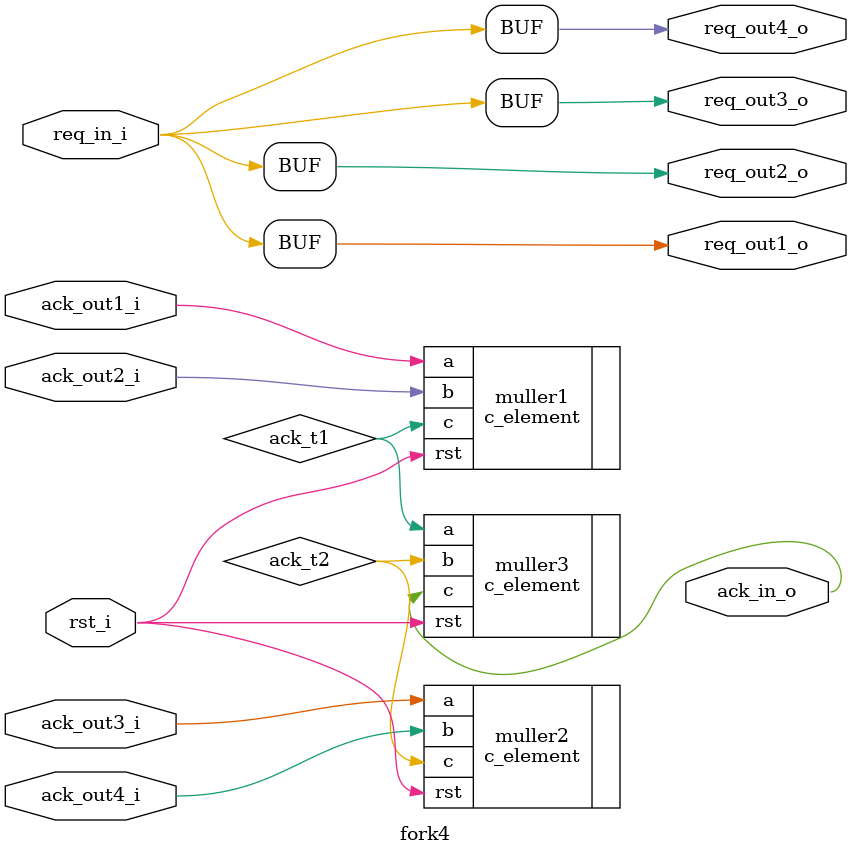
<source format=sv>
module fork4(
	input  logic rst_i,

	input  logic ack_out1_i,
	input  logic ack_out2_i,
	input  logic ack_out3_i,
	input  logic ack_out4_i,
	input  logic req_in_i,

	output logic req_out1_o,
	output logic req_out2_o,
	output logic req_out3_o,
	output logic req_out4_o,
	output logic ack_in_o
);

	wire ack_t1;
	wire ack_t2;

	c_element muller1(
	 .rst(rst_i),
	 .a(ack_out1_i),
	 .b(ack_out2_i),
	 .c(ack_t1)
	);

	c_element muller2(
	 .rst(rst_i),
	 .a(ack_out3_i),
	 .b(ack_out4_i),
	 .c(ack_t2)
	);

	c_element muller3(
	 .rst(rst_i),
	 .a(ack_t1),
	 .b(ack_t2),
	 .c(ack_in_o)
	);

	assign req_out1_o = req_in_i;
	assign req_out2_o = req_in_i;
	assign req_out3_o = req_in_i;
	assign req_out4_o = req_in_i;

endmodule

</source>
